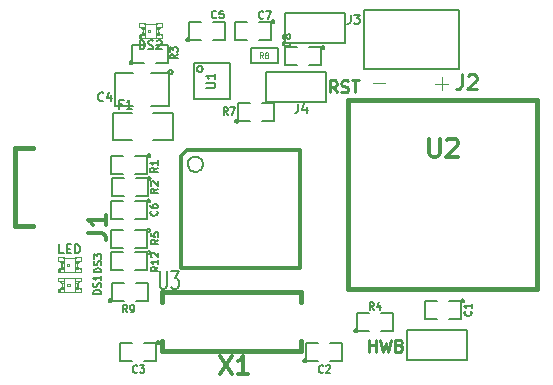
<source format=gto>
G04 (created by PCBNEW-RS274X (2012-01-19 BZR 3256)-stable) date 11/7/2012 4:35:35 PM*
G01*
G70*
G90*
%MOIN*%
G04 Gerber Fmt 3.4, Leading zero omitted, Abs format*
%FSLAX34Y34*%
G04 APERTURE LIST*
%ADD10C,0.006000*%
%ADD11C,0.010000*%
%ADD12C,0.008000*%
%ADD13C,0.005000*%
%ADD14C,0.015000*%
%ADD15C,0.012000*%
%ADD16C,0.002600*%
%ADD17C,0.004000*%
%ADD18C,0.002000*%
%ADD19C,0.003500*%
%ADD20C,0.004500*%
G04 APERTURE END LIST*
G54D10*
G54D11*
X68288Y-43996D02*
X68288Y-43596D01*
X68288Y-43786D02*
X68517Y-43786D01*
X68517Y-43996D02*
X68517Y-43596D01*
X68669Y-43596D02*
X68764Y-43996D01*
X68841Y-43710D01*
X68917Y-43996D01*
X69012Y-43596D01*
X69298Y-43786D02*
X69355Y-43805D01*
X69374Y-43824D01*
X69393Y-43863D01*
X69393Y-43920D01*
X69374Y-43958D01*
X69355Y-43977D01*
X69317Y-43996D01*
X69164Y-43996D01*
X69164Y-43596D01*
X69298Y-43596D01*
X69336Y-43615D01*
X69355Y-43634D01*
X69374Y-43672D01*
X69374Y-43710D01*
X69355Y-43748D01*
X69336Y-43767D01*
X69298Y-43786D01*
X69164Y-43786D01*
X67212Y-35358D02*
X67078Y-35167D01*
X66983Y-35358D02*
X66983Y-34958D01*
X67136Y-34958D01*
X67174Y-34977D01*
X67193Y-34996D01*
X67212Y-35034D01*
X67212Y-35091D01*
X67193Y-35129D01*
X67174Y-35148D01*
X67136Y-35167D01*
X66983Y-35167D01*
X67364Y-35339D02*
X67421Y-35358D01*
X67517Y-35358D01*
X67555Y-35339D01*
X67574Y-35320D01*
X67593Y-35282D01*
X67593Y-35244D01*
X67574Y-35206D01*
X67555Y-35186D01*
X67517Y-35167D01*
X67440Y-35148D01*
X67402Y-35129D01*
X67383Y-35110D01*
X67364Y-35072D01*
X67364Y-35034D01*
X67383Y-34996D01*
X67402Y-34977D01*
X67440Y-34958D01*
X67536Y-34958D01*
X67593Y-34977D01*
X67707Y-34958D02*
X67936Y-34958D01*
X67821Y-35358D02*
X67821Y-34958D01*
G54D12*
X68126Y-32616D02*
X71274Y-32616D01*
X71274Y-32616D02*
X71274Y-34584D01*
X68126Y-34584D02*
X68126Y-32616D01*
X71274Y-34584D02*
X68126Y-34584D01*
G54D13*
X68815Y-32616D02*
X70585Y-32616D01*
X71274Y-33796D02*
X71274Y-34584D01*
X71274Y-34584D02*
X70388Y-34584D01*
X69012Y-34584D02*
X68126Y-34584D01*
X68126Y-34584D02*
X68126Y-33796D01*
G54D14*
X67600Y-38750D02*
X67600Y-35600D01*
X67600Y-35600D02*
X73900Y-35600D01*
X73900Y-35600D02*
X73900Y-41112D01*
X73900Y-41112D02*
X73900Y-41900D01*
X73900Y-41900D02*
X67600Y-41900D01*
X67600Y-41900D02*
X67600Y-38750D01*
G54D12*
X62742Y-34572D02*
X62740Y-34591D01*
X62734Y-34610D01*
X62725Y-34627D01*
X62712Y-34642D01*
X62697Y-34654D01*
X62680Y-34664D01*
X62662Y-34669D01*
X62642Y-34671D01*
X62624Y-34670D01*
X62605Y-34664D01*
X62588Y-34655D01*
X62573Y-34643D01*
X62560Y-34628D01*
X62551Y-34611D01*
X62545Y-34592D01*
X62543Y-34573D01*
X62544Y-34554D01*
X62550Y-34536D01*
X62558Y-34518D01*
X62571Y-34503D01*
X62585Y-34490D01*
X62602Y-34481D01*
X62621Y-34475D01*
X62640Y-34473D01*
X62659Y-34474D01*
X62678Y-34479D01*
X62695Y-34488D01*
X62710Y-34500D01*
X62723Y-34515D01*
X62733Y-34532D01*
X62739Y-34550D01*
X62741Y-34570D01*
X62742Y-34572D01*
X62442Y-35572D02*
X62442Y-34372D01*
X62442Y-34372D02*
X63642Y-34372D01*
X63642Y-34372D02*
X63642Y-35572D01*
X63642Y-35572D02*
X62442Y-35572D01*
G54D14*
X56500Y-37201D02*
X57091Y-37201D01*
X56500Y-39799D02*
X57091Y-39799D01*
X56500Y-37201D02*
X56500Y-39799D01*
G54D13*
X61000Y-37470D02*
X60999Y-37479D01*
X60996Y-37489D01*
X60991Y-37497D01*
X60985Y-37505D01*
X60977Y-37511D01*
X60969Y-37516D01*
X60960Y-37518D01*
X60950Y-37519D01*
X60941Y-37519D01*
X60932Y-37516D01*
X60923Y-37511D01*
X60916Y-37505D01*
X60909Y-37498D01*
X60905Y-37489D01*
X60902Y-37480D01*
X60901Y-37470D01*
X60901Y-37461D01*
X60904Y-37452D01*
X60908Y-37443D01*
X60915Y-37436D01*
X60922Y-37429D01*
X60930Y-37425D01*
X60940Y-37422D01*
X60949Y-37421D01*
X60958Y-37421D01*
X60968Y-37424D01*
X60976Y-37428D01*
X60984Y-37434D01*
X60990Y-37442D01*
X60995Y-37450D01*
X60998Y-37459D01*
X60999Y-37469D01*
X61000Y-37470D01*
X60500Y-37470D02*
X60900Y-37470D01*
X60900Y-37470D02*
X60900Y-38070D01*
X60900Y-38070D02*
X60500Y-38070D01*
X60100Y-38070D02*
X59700Y-38070D01*
X59700Y-38070D02*
X59700Y-37470D01*
X59700Y-37470D02*
X60100Y-37470D01*
X61003Y-38220D02*
X61002Y-38229D01*
X60999Y-38239D01*
X60994Y-38247D01*
X60988Y-38255D01*
X60980Y-38261D01*
X60972Y-38266D01*
X60963Y-38268D01*
X60953Y-38269D01*
X60944Y-38269D01*
X60935Y-38266D01*
X60926Y-38261D01*
X60919Y-38255D01*
X60912Y-38248D01*
X60908Y-38239D01*
X60905Y-38230D01*
X60904Y-38220D01*
X60904Y-38211D01*
X60907Y-38202D01*
X60911Y-38193D01*
X60918Y-38186D01*
X60925Y-38179D01*
X60933Y-38175D01*
X60943Y-38172D01*
X60952Y-38171D01*
X60961Y-38171D01*
X60971Y-38174D01*
X60979Y-38178D01*
X60987Y-38184D01*
X60993Y-38192D01*
X60998Y-38200D01*
X61001Y-38209D01*
X61002Y-38219D01*
X61003Y-38220D01*
X60503Y-38220D02*
X60903Y-38220D01*
X60903Y-38220D02*
X60903Y-38820D01*
X60903Y-38820D02*
X60503Y-38820D01*
X60103Y-38820D02*
X59703Y-38820D01*
X59703Y-38820D02*
X59703Y-38220D01*
X59703Y-38220D02*
X60103Y-38220D01*
X60402Y-34370D02*
X60401Y-34379D01*
X60398Y-34389D01*
X60393Y-34397D01*
X60387Y-34405D01*
X60379Y-34411D01*
X60371Y-34416D01*
X60362Y-34418D01*
X60352Y-34419D01*
X60343Y-34419D01*
X60334Y-34416D01*
X60325Y-34411D01*
X60318Y-34405D01*
X60311Y-34398D01*
X60307Y-34389D01*
X60304Y-34380D01*
X60303Y-34370D01*
X60303Y-34361D01*
X60306Y-34352D01*
X60310Y-34343D01*
X60317Y-34336D01*
X60324Y-34329D01*
X60332Y-34325D01*
X60342Y-34322D01*
X60351Y-34321D01*
X60360Y-34321D01*
X60370Y-34324D01*
X60378Y-34328D01*
X60386Y-34334D01*
X60392Y-34342D01*
X60397Y-34350D01*
X60400Y-34359D01*
X60401Y-34369D01*
X60402Y-34370D01*
X60802Y-34370D02*
X60402Y-34370D01*
X60402Y-34370D02*
X60402Y-33770D01*
X60402Y-33770D02*
X60802Y-33770D01*
X61202Y-33770D02*
X61602Y-33770D01*
X61602Y-33770D02*
X61602Y-34370D01*
X61602Y-34370D02*
X61202Y-34370D01*
X67900Y-43300D02*
X67899Y-43309D01*
X67896Y-43319D01*
X67891Y-43327D01*
X67885Y-43335D01*
X67877Y-43341D01*
X67869Y-43346D01*
X67860Y-43348D01*
X67850Y-43349D01*
X67841Y-43349D01*
X67832Y-43346D01*
X67823Y-43341D01*
X67816Y-43335D01*
X67809Y-43328D01*
X67805Y-43319D01*
X67802Y-43310D01*
X67801Y-43300D01*
X67801Y-43291D01*
X67804Y-43282D01*
X67808Y-43273D01*
X67815Y-43266D01*
X67822Y-43259D01*
X67830Y-43255D01*
X67840Y-43252D01*
X67849Y-43251D01*
X67858Y-43251D01*
X67868Y-43254D01*
X67876Y-43258D01*
X67884Y-43264D01*
X67890Y-43272D01*
X67895Y-43280D01*
X67898Y-43289D01*
X67899Y-43299D01*
X67900Y-43300D01*
X68300Y-43300D02*
X67900Y-43300D01*
X67900Y-43300D02*
X67900Y-42700D01*
X67900Y-42700D02*
X68300Y-42700D01*
X68700Y-42700D02*
X69100Y-42700D01*
X69100Y-42700D02*
X69100Y-43300D01*
X69100Y-43300D02*
X68700Y-43300D01*
X60991Y-39944D02*
X60990Y-39953D01*
X60987Y-39963D01*
X60982Y-39971D01*
X60976Y-39979D01*
X60968Y-39985D01*
X60960Y-39990D01*
X60951Y-39992D01*
X60941Y-39993D01*
X60932Y-39993D01*
X60923Y-39990D01*
X60914Y-39985D01*
X60907Y-39979D01*
X60900Y-39972D01*
X60896Y-39963D01*
X60893Y-39954D01*
X60892Y-39944D01*
X60892Y-39935D01*
X60895Y-39926D01*
X60899Y-39917D01*
X60906Y-39910D01*
X60913Y-39903D01*
X60921Y-39899D01*
X60931Y-39896D01*
X60940Y-39895D01*
X60949Y-39895D01*
X60959Y-39898D01*
X60967Y-39902D01*
X60975Y-39908D01*
X60981Y-39916D01*
X60986Y-39924D01*
X60989Y-39933D01*
X60990Y-39943D01*
X60991Y-39944D01*
X60491Y-39944D02*
X60891Y-39944D01*
X60891Y-39944D02*
X60891Y-40544D01*
X60891Y-40544D02*
X60491Y-40544D01*
X60091Y-40544D02*
X59691Y-40544D01*
X59691Y-40544D02*
X59691Y-39944D01*
X59691Y-39944D02*
X60091Y-39944D01*
X63930Y-36310D02*
X63929Y-36319D01*
X63926Y-36329D01*
X63921Y-36337D01*
X63915Y-36345D01*
X63907Y-36351D01*
X63899Y-36356D01*
X63890Y-36358D01*
X63880Y-36359D01*
X63871Y-36359D01*
X63862Y-36356D01*
X63853Y-36351D01*
X63846Y-36345D01*
X63839Y-36338D01*
X63835Y-36329D01*
X63832Y-36320D01*
X63831Y-36310D01*
X63831Y-36301D01*
X63834Y-36292D01*
X63838Y-36283D01*
X63845Y-36276D01*
X63852Y-36269D01*
X63860Y-36265D01*
X63870Y-36262D01*
X63879Y-36261D01*
X63888Y-36261D01*
X63898Y-36264D01*
X63906Y-36268D01*
X63914Y-36274D01*
X63920Y-36282D01*
X63925Y-36290D01*
X63928Y-36299D01*
X63929Y-36309D01*
X63930Y-36310D01*
X64330Y-36310D02*
X63930Y-36310D01*
X63930Y-36310D02*
X63930Y-35710D01*
X63930Y-35710D02*
X64330Y-35710D01*
X64730Y-35710D02*
X65130Y-35710D01*
X65130Y-35710D02*
X65130Y-36310D01*
X65130Y-36310D02*
X64730Y-36310D01*
X59705Y-42294D02*
X59704Y-42303D01*
X59701Y-42313D01*
X59696Y-42321D01*
X59690Y-42329D01*
X59682Y-42335D01*
X59674Y-42340D01*
X59665Y-42342D01*
X59655Y-42343D01*
X59646Y-42343D01*
X59637Y-42340D01*
X59628Y-42335D01*
X59621Y-42329D01*
X59614Y-42322D01*
X59610Y-42313D01*
X59607Y-42304D01*
X59606Y-42294D01*
X59606Y-42285D01*
X59609Y-42276D01*
X59613Y-42267D01*
X59620Y-42260D01*
X59627Y-42253D01*
X59635Y-42249D01*
X59645Y-42246D01*
X59654Y-42245D01*
X59663Y-42245D01*
X59673Y-42248D01*
X59681Y-42252D01*
X59689Y-42258D01*
X59695Y-42266D01*
X59700Y-42274D01*
X59703Y-42283D01*
X59704Y-42293D01*
X59705Y-42294D01*
X60105Y-42294D02*
X59705Y-42294D01*
X59705Y-42294D02*
X59705Y-41694D01*
X59705Y-41694D02*
X60105Y-41694D01*
X60505Y-41694D02*
X60905Y-41694D01*
X60905Y-41694D02*
X60905Y-42294D01*
X60905Y-42294D02*
X60505Y-42294D01*
G54D15*
X65970Y-37280D02*
X65970Y-41220D01*
X65970Y-41220D02*
X62030Y-41220D01*
X62030Y-37470D02*
X62030Y-41220D01*
X62220Y-37280D02*
X65970Y-37280D01*
X62030Y-37470D02*
X62220Y-37280D01*
G54D12*
X62750Y-37750D02*
X62745Y-37798D01*
X62731Y-37845D01*
X62708Y-37888D01*
X62677Y-37926D01*
X62639Y-37957D01*
X62596Y-37980D01*
X62550Y-37994D01*
X62501Y-37999D01*
X62454Y-37995D01*
X62407Y-37981D01*
X62364Y-37959D01*
X62326Y-37928D01*
X62294Y-37891D01*
X62271Y-37848D01*
X62256Y-37801D01*
X62251Y-37753D01*
X62255Y-37705D01*
X62268Y-37658D01*
X62290Y-37615D01*
X62321Y-37577D01*
X62358Y-37545D01*
X62400Y-37521D01*
X62447Y-37506D01*
X62495Y-37501D01*
X62543Y-37504D01*
X62590Y-37517D01*
X62633Y-37539D01*
X62672Y-37569D01*
X62704Y-37606D01*
X62728Y-37649D01*
X62743Y-37695D01*
X62749Y-37744D01*
X62750Y-37750D01*
G54D16*
X60806Y-33182D02*
X60806Y-33054D01*
X60806Y-33054D02*
X60609Y-33054D01*
X60609Y-33182D02*
X60609Y-33054D01*
X60806Y-33182D02*
X60609Y-33182D01*
X60806Y-33427D02*
X60806Y-33368D01*
X60806Y-33368D02*
X60707Y-33368D01*
X60707Y-33427D02*
X60707Y-33368D01*
X60806Y-33427D02*
X60707Y-33427D01*
X60806Y-33232D02*
X60806Y-33173D01*
X60806Y-33173D02*
X60707Y-33173D01*
X60707Y-33232D02*
X60707Y-33173D01*
X60806Y-33232D02*
X60707Y-33232D01*
X60806Y-33378D02*
X60806Y-33222D01*
X60806Y-33222D02*
X60737Y-33222D01*
X60737Y-33378D02*
X60737Y-33222D01*
X60806Y-33378D02*
X60737Y-33378D01*
X61395Y-33182D02*
X61395Y-33054D01*
X61395Y-33054D02*
X61198Y-33054D01*
X61198Y-33182D02*
X61198Y-33054D01*
X61395Y-33182D02*
X61198Y-33182D01*
X61395Y-33546D02*
X61395Y-33418D01*
X61395Y-33418D02*
X61198Y-33418D01*
X61198Y-33546D02*
X61198Y-33418D01*
X61395Y-33546D02*
X61198Y-33546D01*
X61297Y-33232D02*
X61297Y-33173D01*
X61297Y-33173D02*
X61198Y-33173D01*
X61198Y-33232D02*
X61198Y-33173D01*
X61297Y-33232D02*
X61198Y-33232D01*
X61297Y-33427D02*
X61297Y-33368D01*
X61297Y-33368D02*
X61198Y-33368D01*
X61198Y-33427D02*
X61198Y-33368D01*
X61297Y-33427D02*
X61198Y-33427D01*
X61267Y-33378D02*
X61267Y-33222D01*
X61267Y-33222D02*
X61198Y-33222D01*
X61198Y-33378D02*
X61198Y-33222D01*
X61267Y-33378D02*
X61198Y-33378D01*
X61002Y-33339D02*
X61002Y-33261D01*
X61002Y-33261D02*
X60924Y-33261D01*
X60924Y-33339D02*
X60924Y-33261D01*
X61002Y-33339D02*
X60924Y-33339D01*
X60806Y-33536D02*
X60806Y-33418D01*
X60806Y-33418D02*
X60688Y-33418D01*
X60688Y-33536D02*
X60688Y-33418D01*
X60806Y-33536D02*
X60688Y-33536D01*
X60638Y-33546D02*
X60638Y-33457D01*
X60638Y-33457D02*
X60609Y-33457D01*
X60609Y-33546D02*
X60609Y-33457D01*
X60638Y-33546D02*
X60609Y-33546D01*
G54D17*
X60796Y-33074D02*
X61208Y-33074D01*
X61198Y-33526D02*
X60638Y-33526D01*
G54D18*
X60696Y-33477D02*
X60695Y-33482D01*
X60693Y-33487D01*
X60691Y-33492D01*
X60687Y-33496D01*
X60683Y-33500D01*
X60678Y-33502D01*
X60673Y-33504D01*
X60668Y-33504D01*
X60663Y-33504D01*
X60658Y-33502D01*
X60653Y-33500D01*
X60649Y-33497D01*
X60645Y-33492D01*
X60643Y-33488D01*
X60641Y-33482D01*
X60641Y-33477D01*
X60641Y-33472D01*
X60642Y-33467D01*
X60645Y-33462D01*
X60648Y-33458D01*
X60653Y-33455D01*
X60657Y-33452D01*
X60662Y-33450D01*
X60668Y-33450D01*
X60672Y-33450D01*
X60678Y-33451D01*
X60683Y-33454D01*
X60687Y-33457D01*
X60690Y-33461D01*
X60693Y-33466D01*
X60695Y-33471D01*
X60695Y-33477D01*
X60696Y-33477D01*
G54D17*
X60609Y-33437D02*
X60620Y-33436D01*
X60632Y-33434D01*
X60644Y-33432D01*
X60655Y-33428D01*
X60666Y-33424D01*
X60677Y-33418D01*
X60687Y-33412D01*
X60697Y-33404D01*
X60705Y-33396D01*
X60713Y-33388D01*
X60721Y-33378D01*
X60727Y-33368D01*
X60733Y-33357D01*
X60737Y-33346D01*
X60741Y-33335D01*
X60743Y-33323D01*
X60745Y-33311D01*
X60746Y-33300D01*
X60745Y-33289D01*
X60743Y-33277D01*
X60741Y-33265D01*
X60737Y-33254D01*
X60733Y-33243D01*
X60727Y-33232D01*
X60721Y-33222D01*
X60713Y-33212D01*
X60705Y-33204D01*
X60697Y-33196D01*
X60687Y-33188D01*
X60677Y-33182D01*
X60666Y-33176D01*
X60655Y-33172D01*
X60644Y-33168D01*
X60632Y-33166D01*
X60620Y-33164D01*
X60609Y-33163D01*
X61395Y-33163D02*
X61384Y-33164D01*
X61372Y-33166D01*
X61360Y-33168D01*
X61349Y-33172D01*
X61338Y-33176D01*
X61327Y-33182D01*
X61317Y-33188D01*
X61307Y-33196D01*
X61299Y-33204D01*
X61291Y-33212D01*
X61283Y-33222D01*
X61277Y-33232D01*
X61271Y-33243D01*
X61267Y-33254D01*
X61263Y-33265D01*
X61261Y-33277D01*
X61259Y-33289D01*
X61258Y-33300D01*
X61259Y-33311D01*
X61261Y-33323D01*
X61263Y-33335D01*
X61267Y-33346D01*
X61271Y-33357D01*
X61277Y-33368D01*
X61283Y-33378D01*
X61291Y-33388D01*
X61299Y-33396D01*
X61307Y-33404D01*
X61317Y-33412D01*
X61327Y-33418D01*
X61338Y-33424D01*
X61349Y-33428D01*
X61360Y-33432D01*
X61372Y-33434D01*
X61384Y-33436D01*
X61395Y-33437D01*
G54D13*
X60991Y-40691D02*
X60990Y-40700D01*
X60987Y-40710D01*
X60982Y-40718D01*
X60976Y-40726D01*
X60968Y-40732D01*
X60960Y-40737D01*
X60951Y-40739D01*
X60941Y-40740D01*
X60932Y-40740D01*
X60923Y-40737D01*
X60914Y-40732D01*
X60907Y-40726D01*
X60900Y-40719D01*
X60896Y-40710D01*
X60893Y-40701D01*
X60892Y-40691D01*
X60892Y-40682D01*
X60895Y-40673D01*
X60899Y-40664D01*
X60906Y-40657D01*
X60913Y-40650D01*
X60921Y-40646D01*
X60931Y-40643D01*
X60940Y-40642D01*
X60949Y-40642D01*
X60959Y-40645D01*
X60967Y-40649D01*
X60975Y-40655D01*
X60981Y-40663D01*
X60986Y-40671D01*
X60989Y-40680D01*
X60990Y-40690D01*
X60991Y-40691D01*
X60491Y-40691D02*
X60891Y-40691D01*
X60891Y-40691D02*
X60891Y-41291D01*
X60891Y-41291D02*
X60491Y-41291D01*
X60091Y-41291D02*
X59691Y-41291D01*
X59691Y-41291D02*
X59691Y-40691D01*
X59691Y-40691D02*
X60091Y-40691D01*
G54D10*
X65500Y-33725D02*
X65500Y-32725D01*
X65500Y-32725D02*
X67500Y-32725D01*
X67500Y-32725D02*
X67500Y-33725D01*
X67500Y-33725D02*
X65500Y-33725D01*
G54D13*
X71450Y-42300D02*
X71449Y-42309D01*
X71446Y-42319D01*
X71441Y-42327D01*
X71435Y-42335D01*
X71427Y-42341D01*
X71419Y-42346D01*
X71410Y-42348D01*
X71400Y-42349D01*
X71391Y-42349D01*
X71382Y-42346D01*
X71373Y-42341D01*
X71366Y-42335D01*
X71359Y-42328D01*
X71355Y-42319D01*
X71352Y-42310D01*
X71351Y-42300D01*
X71351Y-42291D01*
X71354Y-42282D01*
X71358Y-42273D01*
X71365Y-42266D01*
X71372Y-42259D01*
X71380Y-42255D01*
X71390Y-42252D01*
X71399Y-42251D01*
X71408Y-42251D01*
X71418Y-42254D01*
X71426Y-42258D01*
X71434Y-42264D01*
X71440Y-42272D01*
X71445Y-42280D01*
X71448Y-42289D01*
X71449Y-42299D01*
X71450Y-42300D01*
X70950Y-42300D02*
X71350Y-42300D01*
X71350Y-42300D02*
X71350Y-42900D01*
X71350Y-42900D02*
X70950Y-42900D01*
X70550Y-42900D02*
X70150Y-42900D01*
X70150Y-42900D02*
X70150Y-42300D01*
X70150Y-42300D02*
X70550Y-42300D01*
X66200Y-44300D02*
X66199Y-44309D01*
X66196Y-44319D01*
X66191Y-44327D01*
X66185Y-44335D01*
X66177Y-44341D01*
X66169Y-44346D01*
X66160Y-44348D01*
X66150Y-44349D01*
X66141Y-44349D01*
X66132Y-44346D01*
X66123Y-44341D01*
X66116Y-44335D01*
X66109Y-44328D01*
X66105Y-44319D01*
X66102Y-44310D01*
X66101Y-44300D01*
X66101Y-44291D01*
X66104Y-44282D01*
X66108Y-44273D01*
X66115Y-44266D01*
X66122Y-44259D01*
X66130Y-44255D01*
X66140Y-44252D01*
X66149Y-44251D01*
X66158Y-44251D01*
X66168Y-44254D01*
X66176Y-44258D01*
X66184Y-44264D01*
X66190Y-44272D01*
X66195Y-44280D01*
X66198Y-44289D01*
X66199Y-44299D01*
X66200Y-44300D01*
X66600Y-44300D02*
X66200Y-44300D01*
X66200Y-44300D02*
X66200Y-43700D01*
X66200Y-43700D02*
X66600Y-43700D01*
X67000Y-43700D02*
X67400Y-43700D01*
X67400Y-43700D02*
X67400Y-44300D01*
X67400Y-44300D02*
X67000Y-44300D01*
X61300Y-43700D02*
X61299Y-43709D01*
X61296Y-43719D01*
X61291Y-43727D01*
X61285Y-43735D01*
X61277Y-43741D01*
X61269Y-43746D01*
X61260Y-43748D01*
X61250Y-43749D01*
X61241Y-43749D01*
X61232Y-43746D01*
X61223Y-43741D01*
X61216Y-43735D01*
X61209Y-43728D01*
X61205Y-43719D01*
X61202Y-43710D01*
X61201Y-43700D01*
X61201Y-43691D01*
X61204Y-43682D01*
X61208Y-43673D01*
X61215Y-43666D01*
X61222Y-43659D01*
X61230Y-43655D01*
X61240Y-43652D01*
X61249Y-43651D01*
X61258Y-43651D01*
X61268Y-43654D01*
X61276Y-43658D01*
X61284Y-43664D01*
X61290Y-43672D01*
X61295Y-43680D01*
X61298Y-43689D01*
X61299Y-43699D01*
X61300Y-43700D01*
X60800Y-43700D02*
X61200Y-43700D01*
X61200Y-43700D02*
X61200Y-44300D01*
X61200Y-44300D02*
X60800Y-44300D01*
X60400Y-44300D02*
X60000Y-44300D01*
X60000Y-44300D02*
X60000Y-43700D01*
X60000Y-43700D02*
X60400Y-43700D01*
X61740Y-34670D02*
X61738Y-34683D01*
X61734Y-34696D01*
X61728Y-34708D01*
X61719Y-34719D01*
X61709Y-34728D01*
X61697Y-34734D01*
X61684Y-34738D01*
X61670Y-34739D01*
X61657Y-34738D01*
X61644Y-34734D01*
X61632Y-34728D01*
X61622Y-34720D01*
X61613Y-34709D01*
X61606Y-34697D01*
X61602Y-34684D01*
X61601Y-34670D01*
X61602Y-34658D01*
X61605Y-34645D01*
X61612Y-34633D01*
X61620Y-34622D01*
X61631Y-34613D01*
X61642Y-34606D01*
X61655Y-34602D01*
X61669Y-34601D01*
X61682Y-34602D01*
X61695Y-34605D01*
X61707Y-34611D01*
X61718Y-34620D01*
X61727Y-34630D01*
X61733Y-34642D01*
X61738Y-34655D01*
X61739Y-34669D01*
X61740Y-34670D01*
X61020Y-35820D02*
X61620Y-35820D01*
X61620Y-35820D02*
X61620Y-34720D01*
X61620Y-34720D02*
X61020Y-34720D01*
X60420Y-34720D02*
X59820Y-34720D01*
X59820Y-34720D02*
X59820Y-35820D01*
X59820Y-35820D02*
X60420Y-35820D01*
X62300Y-33600D02*
X62299Y-33609D01*
X62296Y-33619D01*
X62291Y-33627D01*
X62285Y-33635D01*
X62277Y-33641D01*
X62269Y-33646D01*
X62260Y-33648D01*
X62250Y-33649D01*
X62241Y-33649D01*
X62232Y-33646D01*
X62223Y-33641D01*
X62216Y-33635D01*
X62209Y-33628D01*
X62205Y-33619D01*
X62202Y-33610D01*
X62201Y-33600D01*
X62201Y-33591D01*
X62204Y-33582D01*
X62208Y-33573D01*
X62215Y-33566D01*
X62222Y-33559D01*
X62230Y-33555D01*
X62240Y-33552D01*
X62249Y-33551D01*
X62258Y-33551D01*
X62268Y-33554D01*
X62276Y-33558D01*
X62284Y-33564D01*
X62290Y-33572D01*
X62295Y-33580D01*
X62298Y-33589D01*
X62299Y-33599D01*
X62300Y-33600D01*
X62700Y-33600D02*
X62300Y-33600D01*
X62300Y-33600D02*
X62300Y-33000D01*
X62300Y-33000D02*
X62700Y-33000D01*
X63100Y-33000D02*
X63500Y-33000D01*
X63500Y-33000D02*
X63500Y-33600D01*
X63500Y-33600D02*
X63100Y-33600D01*
X60991Y-38970D02*
X60990Y-38979D01*
X60987Y-38989D01*
X60982Y-38997D01*
X60976Y-39005D01*
X60968Y-39011D01*
X60960Y-39016D01*
X60951Y-39018D01*
X60941Y-39019D01*
X60932Y-39019D01*
X60923Y-39016D01*
X60914Y-39011D01*
X60907Y-39005D01*
X60900Y-38998D01*
X60896Y-38989D01*
X60893Y-38980D01*
X60892Y-38970D01*
X60892Y-38961D01*
X60895Y-38952D01*
X60899Y-38943D01*
X60906Y-38936D01*
X60913Y-38929D01*
X60921Y-38925D01*
X60931Y-38922D01*
X60940Y-38921D01*
X60949Y-38921D01*
X60959Y-38924D01*
X60967Y-38928D01*
X60975Y-38934D01*
X60981Y-38942D01*
X60986Y-38950D01*
X60989Y-38959D01*
X60990Y-38969D01*
X60991Y-38970D01*
X60491Y-38970D02*
X60891Y-38970D01*
X60891Y-38970D02*
X60891Y-39570D01*
X60891Y-39570D02*
X60491Y-39570D01*
X60091Y-39570D02*
X59691Y-39570D01*
X59691Y-39570D02*
X59691Y-38970D01*
X59691Y-38970D02*
X60091Y-38970D01*
X65125Y-33000D02*
X65124Y-33009D01*
X65121Y-33019D01*
X65116Y-33027D01*
X65110Y-33035D01*
X65102Y-33041D01*
X65094Y-33046D01*
X65085Y-33048D01*
X65075Y-33049D01*
X65066Y-33049D01*
X65057Y-33046D01*
X65048Y-33041D01*
X65041Y-33035D01*
X65034Y-33028D01*
X65030Y-33019D01*
X65027Y-33010D01*
X65026Y-33000D01*
X65026Y-32991D01*
X65029Y-32982D01*
X65033Y-32973D01*
X65040Y-32966D01*
X65047Y-32959D01*
X65055Y-32955D01*
X65065Y-32952D01*
X65074Y-32951D01*
X65083Y-32951D01*
X65093Y-32954D01*
X65101Y-32958D01*
X65109Y-32964D01*
X65115Y-32972D01*
X65120Y-32980D01*
X65123Y-32989D01*
X65124Y-32999D01*
X65125Y-33000D01*
X64625Y-33000D02*
X65025Y-33000D01*
X65025Y-33000D02*
X65025Y-33600D01*
X65025Y-33600D02*
X64625Y-33600D01*
X64225Y-33600D02*
X63825Y-33600D01*
X63825Y-33600D02*
X63825Y-33000D01*
X63825Y-33000D02*
X64225Y-33000D01*
X66801Y-33853D02*
X66800Y-33862D01*
X66797Y-33872D01*
X66792Y-33880D01*
X66786Y-33888D01*
X66778Y-33894D01*
X66770Y-33899D01*
X66761Y-33901D01*
X66751Y-33902D01*
X66742Y-33902D01*
X66733Y-33899D01*
X66724Y-33894D01*
X66717Y-33888D01*
X66710Y-33881D01*
X66706Y-33872D01*
X66703Y-33863D01*
X66702Y-33853D01*
X66702Y-33844D01*
X66705Y-33835D01*
X66709Y-33826D01*
X66716Y-33819D01*
X66723Y-33812D01*
X66731Y-33808D01*
X66741Y-33805D01*
X66750Y-33804D01*
X66759Y-33804D01*
X66769Y-33807D01*
X66777Y-33811D01*
X66785Y-33817D01*
X66791Y-33825D01*
X66796Y-33833D01*
X66799Y-33842D01*
X66800Y-33852D01*
X66801Y-33853D01*
X66301Y-33853D02*
X66701Y-33853D01*
X66701Y-33853D02*
X66701Y-34453D01*
X66701Y-34453D02*
X66301Y-34453D01*
X65901Y-34453D02*
X65501Y-34453D01*
X65501Y-34453D02*
X65501Y-33853D01*
X65501Y-33853D02*
X65901Y-33853D01*
X61746Y-36941D02*
X61746Y-36041D01*
X61746Y-36041D02*
X61096Y-36041D01*
X60396Y-36941D02*
X59746Y-36941D01*
X59746Y-36941D02*
X59746Y-36041D01*
X59746Y-36041D02*
X60396Y-36041D01*
X61096Y-36941D02*
X61746Y-36941D01*
G54D14*
X66003Y-42016D02*
X61397Y-42016D01*
X61397Y-43984D02*
X66003Y-43984D01*
X61397Y-42016D02*
X61397Y-42350D01*
X61397Y-43984D02*
X61397Y-43650D01*
X66003Y-42016D02*
X66003Y-42350D01*
X66003Y-43984D02*
X66003Y-43650D01*
G54D16*
X58104Y-40982D02*
X58104Y-40854D01*
X58104Y-40854D02*
X57907Y-40854D01*
X57907Y-40982D02*
X57907Y-40854D01*
X58104Y-40982D02*
X57907Y-40982D01*
X58104Y-41227D02*
X58104Y-41168D01*
X58104Y-41168D02*
X58005Y-41168D01*
X58005Y-41227D02*
X58005Y-41168D01*
X58104Y-41227D02*
X58005Y-41227D01*
X58104Y-41032D02*
X58104Y-40973D01*
X58104Y-40973D02*
X58005Y-40973D01*
X58005Y-41032D02*
X58005Y-40973D01*
X58104Y-41032D02*
X58005Y-41032D01*
X58104Y-41178D02*
X58104Y-41022D01*
X58104Y-41022D02*
X58035Y-41022D01*
X58035Y-41178D02*
X58035Y-41022D01*
X58104Y-41178D02*
X58035Y-41178D01*
X58693Y-40982D02*
X58693Y-40854D01*
X58693Y-40854D02*
X58496Y-40854D01*
X58496Y-40982D02*
X58496Y-40854D01*
X58693Y-40982D02*
X58496Y-40982D01*
X58693Y-41346D02*
X58693Y-41218D01*
X58693Y-41218D02*
X58496Y-41218D01*
X58496Y-41346D02*
X58496Y-41218D01*
X58693Y-41346D02*
X58496Y-41346D01*
X58595Y-41032D02*
X58595Y-40973D01*
X58595Y-40973D02*
X58496Y-40973D01*
X58496Y-41032D02*
X58496Y-40973D01*
X58595Y-41032D02*
X58496Y-41032D01*
X58595Y-41227D02*
X58595Y-41168D01*
X58595Y-41168D02*
X58496Y-41168D01*
X58496Y-41227D02*
X58496Y-41168D01*
X58595Y-41227D02*
X58496Y-41227D01*
X58565Y-41178D02*
X58565Y-41022D01*
X58565Y-41022D02*
X58496Y-41022D01*
X58496Y-41178D02*
X58496Y-41022D01*
X58565Y-41178D02*
X58496Y-41178D01*
X58300Y-41139D02*
X58300Y-41061D01*
X58300Y-41061D02*
X58222Y-41061D01*
X58222Y-41139D02*
X58222Y-41061D01*
X58300Y-41139D02*
X58222Y-41139D01*
X58104Y-41336D02*
X58104Y-41218D01*
X58104Y-41218D02*
X57986Y-41218D01*
X57986Y-41336D02*
X57986Y-41218D01*
X58104Y-41336D02*
X57986Y-41336D01*
X57936Y-41346D02*
X57936Y-41257D01*
X57936Y-41257D02*
X57907Y-41257D01*
X57907Y-41346D02*
X57907Y-41257D01*
X57936Y-41346D02*
X57907Y-41346D01*
G54D17*
X58094Y-40874D02*
X58506Y-40874D01*
X58496Y-41326D02*
X57936Y-41326D01*
G54D18*
X57994Y-41277D02*
X57993Y-41282D01*
X57991Y-41287D01*
X57989Y-41292D01*
X57985Y-41296D01*
X57981Y-41300D01*
X57976Y-41302D01*
X57971Y-41304D01*
X57966Y-41304D01*
X57961Y-41304D01*
X57956Y-41302D01*
X57951Y-41300D01*
X57947Y-41297D01*
X57943Y-41292D01*
X57941Y-41288D01*
X57939Y-41282D01*
X57939Y-41277D01*
X57939Y-41272D01*
X57940Y-41267D01*
X57943Y-41262D01*
X57946Y-41258D01*
X57951Y-41255D01*
X57955Y-41252D01*
X57960Y-41250D01*
X57966Y-41250D01*
X57970Y-41250D01*
X57976Y-41251D01*
X57981Y-41254D01*
X57985Y-41257D01*
X57988Y-41261D01*
X57991Y-41266D01*
X57993Y-41271D01*
X57993Y-41277D01*
X57994Y-41277D01*
G54D17*
X57907Y-41237D02*
X57918Y-41236D01*
X57930Y-41234D01*
X57942Y-41232D01*
X57953Y-41228D01*
X57964Y-41224D01*
X57975Y-41218D01*
X57985Y-41212D01*
X57995Y-41204D01*
X58003Y-41196D01*
X58011Y-41188D01*
X58019Y-41178D01*
X58025Y-41168D01*
X58031Y-41157D01*
X58035Y-41146D01*
X58039Y-41135D01*
X58041Y-41123D01*
X58043Y-41111D01*
X58044Y-41100D01*
X58043Y-41089D01*
X58041Y-41077D01*
X58039Y-41065D01*
X58035Y-41054D01*
X58031Y-41043D01*
X58025Y-41032D01*
X58019Y-41022D01*
X58011Y-41012D01*
X58003Y-41004D01*
X57995Y-40996D01*
X57985Y-40988D01*
X57975Y-40982D01*
X57964Y-40976D01*
X57953Y-40972D01*
X57942Y-40968D01*
X57930Y-40966D01*
X57918Y-40964D01*
X57907Y-40963D01*
X58693Y-40963D02*
X58682Y-40964D01*
X58670Y-40966D01*
X58658Y-40968D01*
X58647Y-40972D01*
X58636Y-40976D01*
X58625Y-40982D01*
X58615Y-40988D01*
X58605Y-40996D01*
X58597Y-41004D01*
X58589Y-41012D01*
X58581Y-41022D01*
X58575Y-41032D01*
X58569Y-41043D01*
X58565Y-41054D01*
X58561Y-41065D01*
X58559Y-41077D01*
X58557Y-41089D01*
X58556Y-41100D01*
X58557Y-41111D01*
X58559Y-41123D01*
X58561Y-41135D01*
X58565Y-41146D01*
X58569Y-41157D01*
X58575Y-41168D01*
X58581Y-41178D01*
X58589Y-41188D01*
X58597Y-41196D01*
X58605Y-41204D01*
X58615Y-41212D01*
X58625Y-41218D01*
X58636Y-41224D01*
X58647Y-41228D01*
X58658Y-41232D01*
X58670Y-41234D01*
X58682Y-41236D01*
X58693Y-41237D01*
G54D16*
X58109Y-41654D02*
X58109Y-41526D01*
X58109Y-41526D02*
X57912Y-41526D01*
X57912Y-41654D02*
X57912Y-41526D01*
X58109Y-41654D02*
X57912Y-41654D01*
X58109Y-41899D02*
X58109Y-41840D01*
X58109Y-41840D02*
X58010Y-41840D01*
X58010Y-41899D02*
X58010Y-41840D01*
X58109Y-41899D02*
X58010Y-41899D01*
X58109Y-41704D02*
X58109Y-41645D01*
X58109Y-41645D02*
X58010Y-41645D01*
X58010Y-41704D02*
X58010Y-41645D01*
X58109Y-41704D02*
X58010Y-41704D01*
X58109Y-41850D02*
X58109Y-41694D01*
X58109Y-41694D02*
X58040Y-41694D01*
X58040Y-41850D02*
X58040Y-41694D01*
X58109Y-41850D02*
X58040Y-41850D01*
X58698Y-41654D02*
X58698Y-41526D01*
X58698Y-41526D02*
X58501Y-41526D01*
X58501Y-41654D02*
X58501Y-41526D01*
X58698Y-41654D02*
X58501Y-41654D01*
X58698Y-42018D02*
X58698Y-41890D01*
X58698Y-41890D02*
X58501Y-41890D01*
X58501Y-42018D02*
X58501Y-41890D01*
X58698Y-42018D02*
X58501Y-42018D01*
X58600Y-41704D02*
X58600Y-41645D01*
X58600Y-41645D02*
X58501Y-41645D01*
X58501Y-41704D02*
X58501Y-41645D01*
X58600Y-41704D02*
X58501Y-41704D01*
X58600Y-41899D02*
X58600Y-41840D01*
X58600Y-41840D02*
X58501Y-41840D01*
X58501Y-41899D02*
X58501Y-41840D01*
X58600Y-41899D02*
X58501Y-41899D01*
X58570Y-41850D02*
X58570Y-41694D01*
X58570Y-41694D02*
X58501Y-41694D01*
X58501Y-41850D02*
X58501Y-41694D01*
X58570Y-41850D02*
X58501Y-41850D01*
X58305Y-41811D02*
X58305Y-41733D01*
X58305Y-41733D02*
X58227Y-41733D01*
X58227Y-41811D02*
X58227Y-41733D01*
X58305Y-41811D02*
X58227Y-41811D01*
X58109Y-42008D02*
X58109Y-41890D01*
X58109Y-41890D02*
X57991Y-41890D01*
X57991Y-42008D02*
X57991Y-41890D01*
X58109Y-42008D02*
X57991Y-42008D01*
X57941Y-42018D02*
X57941Y-41929D01*
X57941Y-41929D02*
X57912Y-41929D01*
X57912Y-42018D02*
X57912Y-41929D01*
X57941Y-42018D02*
X57912Y-42018D01*
G54D17*
X58099Y-41546D02*
X58511Y-41546D01*
X58501Y-41998D02*
X57941Y-41998D01*
G54D18*
X57999Y-41949D02*
X57998Y-41954D01*
X57996Y-41959D01*
X57994Y-41964D01*
X57990Y-41968D01*
X57986Y-41972D01*
X57981Y-41974D01*
X57976Y-41976D01*
X57971Y-41976D01*
X57966Y-41976D01*
X57961Y-41974D01*
X57956Y-41972D01*
X57952Y-41969D01*
X57948Y-41964D01*
X57946Y-41960D01*
X57944Y-41954D01*
X57944Y-41949D01*
X57944Y-41944D01*
X57945Y-41939D01*
X57948Y-41934D01*
X57951Y-41930D01*
X57956Y-41927D01*
X57960Y-41924D01*
X57965Y-41922D01*
X57971Y-41922D01*
X57975Y-41922D01*
X57981Y-41923D01*
X57986Y-41926D01*
X57990Y-41929D01*
X57993Y-41933D01*
X57996Y-41938D01*
X57998Y-41943D01*
X57998Y-41949D01*
X57999Y-41949D01*
G54D17*
X57912Y-41909D02*
X57923Y-41908D01*
X57935Y-41906D01*
X57947Y-41904D01*
X57958Y-41900D01*
X57969Y-41896D01*
X57980Y-41890D01*
X57990Y-41884D01*
X58000Y-41876D01*
X58008Y-41868D01*
X58016Y-41860D01*
X58024Y-41850D01*
X58030Y-41840D01*
X58036Y-41829D01*
X58040Y-41818D01*
X58044Y-41807D01*
X58046Y-41795D01*
X58048Y-41783D01*
X58049Y-41772D01*
X58048Y-41761D01*
X58046Y-41749D01*
X58044Y-41737D01*
X58040Y-41726D01*
X58036Y-41715D01*
X58030Y-41704D01*
X58024Y-41694D01*
X58016Y-41684D01*
X58008Y-41676D01*
X58000Y-41668D01*
X57990Y-41660D01*
X57980Y-41654D01*
X57969Y-41648D01*
X57958Y-41644D01*
X57947Y-41640D01*
X57935Y-41638D01*
X57923Y-41636D01*
X57912Y-41635D01*
X58698Y-41635D02*
X58687Y-41636D01*
X58675Y-41638D01*
X58663Y-41640D01*
X58652Y-41644D01*
X58641Y-41648D01*
X58630Y-41654D01*
X58620Y-41660D01*
X58610Y-41668D01*
X58602Y-41676D01*
X58594Y-41684D01*
X58586Y-41694D01*
X58580Y-41704D01*
X58574Y-41715D01*
X58570Y-41726D01*
X58566Y-41737D01*
X58564Y-41749D01*
X58562Y-41761D01*
X58561Y-41772D01*
X58562Y-41783D01*
X58564Y-41795D01*
X58566Y-41807D01*
X58570Y-41818D01*
X58574Y-41829D01*
X58580Y-41840D01*
X58586Y-41850D01*
X58594Y-41860D01*
X58602Y-41868D01*
X58610Y-41876D01*
X58620Y-41884D01*
X58630Y-41890D01*
X58641Y-41896D01*
X58652Y-41900D01*
X58663Y-41904D01*
X58675Y-41906D01*
X58687Y-41908D01*
X58698Y-41909D01*
G54D10*
X66850Y-34670D02*
X66850Y-35670D01*
X66850Y-35670D02*
X64850Y-35670D01*
X64850Y-35670D02*
X64850Y-34670D01*
X64850Y-34670D02*
X66850Y-34670D01*
X69560Y-44270D02*
X69560Y-43270D01*
X69560Y-43270D02*
X71560Y-43270D01*
X71560Y-43270D02*
X71560Y-44270D01*
X71560Y-44270D02*
X69560Y-44270D01*
G54D13*
X64337Y-33887D02*
X65237Y-33887D01*
X65237Y-33887D02*
X65237Y-34387D01*
X65237Y-34387D02*
X64337Y-34387D01*
X64337Y-34387D02*
X64337Y-33887D01*
G54D11*
X71374Y-34752D02*
X71374Y-35110D01*
X71350Y-35181D01*
X71302Y-35229D01*
X71231Y-35252D01*
X71183Y-35252D01*
X71588Y-34800D02*
X71612Y-34776D01*
X71660Y-34752D01*
X71779Y-34752D01*
X71826Y-34776D01*
X71850Y-34800D01*
X71874Y-34848D01*
X71874Y-34895D01*
X71850Y-34967D01*
X71564Y-35252D01*
X71874Y-35252D01*
G54D19*
X70497Y-35063D02*
X70924Y-35063D01*
X70711Y-35277D02*
X70711Y-34850D01*
X68407Y-35033D02*
X68834Y-35033D01*
G54D15*
X70293Y-36893D02*
X70293Y-37379D01*
X70321Y-37436D01*
X70350Y-37464D01*
X70407Y-37493D01*
X70521Y-37493D01*
X70579Y-37464D01*
X70607Y-37436D01*
X70636Y-37379D01*
X70636Y-36893D01*
X70893Y-36950D02*
X70922Y-36921D01*
X70979Y-36893D01*
X71122Y-36893D01*
X71179Y-36921D01*
X71208Y-36950D01*
X71236Y-37007D01*
X71236Y-37064D01*
X71208Y-37150D01*
X70865Y-37493D01*
X71236Y-37493D01*
G54D10*
X62863Y-35201D02*
X63106Y-35201D01*
X63135Y-35186D01*
X63149Y-35172D01*
X63163Y-35143D01*
X63163Y-35086D01*
X63149Y-35058D01*
X63135Y-35043D01*
X63106Y-35029D01*
X62863Y-35029D01*
X63163Y-34729D02*
X63163Y-34901D01*
X63163Y-34815D02*
X62863Y-34815D01*
X62906Y-34844D01*
X62935Y-34872D01*
X62949Y-34901D01*
G54D15*
X58923Y-40040D02*
X59351Y-40040D01*
X59437Y-40068D01*
X59494Y-40125D01*
X59523Y-40211D01*
X59523Y-40268D01*
X59523Y-39440D02*
X59523Y-39783D01*
X59523Y-39611D02*
X58923Y-39611D01*
X59009Y-39668D01*
X59066Y-39726D01*
X59094Y-39783D01*
G54D13*
X61251Y-37862D02*
X61132Y-37945D01*
X61251Y-38004D02*
X61001Y-38004D01*
X61001Y-37909D01*
X61013Y-37885D01*
X61025Y-37874D01*
X61049Y-37862D01*
X61085Y-37862D01*
X61108Y-37874D01*
X61120Y-37885D01*
X61132Y-37909D01*
X61132Y-38004D01*
X61251Y-37624D02*
X61251Y-37766D01*
X61251Y-37695D02*
X61001Y-37695D01*
X61037Y-37719D01*
X61061Y-37743D01*
X61073Y-37766D01*
X61254Y-38562D02*
X61135Y-38645D01*
X61254Y-38704D02*
X61004Y-38704D01*
X61004Y-38609D01*
X61016Y-38585D01*
X61028Y-38574D01*
X61052Y-38562D01*
X61088Y-38562D01*
X61111Y-38574D01*
X61123Y-38585D01*
X61135Y-38609D01*
X61135Y-38704D01*
X61028Y-38466D02*
X61016Y-38454D01*
X61004Y-38431D01*
X61004Y-38371D01*
X61016Y-38347D01*
X61028Y-38335D01*
X61052Y-38324D01*
X61076Y-38324D01*
X61111Y-38335D01*
X61254Y-38478D01*
X61254Y-38324D01*
X61903Y-34082D02*
X61784Y-34165D01*
X61903Y-34224D02*
X61653Y-34224D01*
X61653Y-34129D01*
X61665Y-34105D01*
X61677Y-34094D01*
X61701Y-34082D01*
X61737Y-34082D01*
X61760Y-34094D01*
X61772Y-34105D01*
X61784Y-34129D01*
X61784Y-34224D01*
X61653Y-33998D02*
X61653Y-33844D01*
X61748Y-33927D01*
X61748Y-33891D01*
X61760Y-33867D01*
X61772Y-33855D01*
X61796Y-33844D01*
X61856Y-33844D01*
X61879Y-33855D01*
X61891Y-33867D01*
X61903Y-33891D01*
X61903Y-33963D01*
X61891Y-33986D01*
X61879Y-33998D01*
X68448Y-42601D02*
X68365Y-42482D01*
X68306Y-42601D02*
X68306Y-42351D01*
X68401Y-42351D01*
X68425Y-42363D01*
X68436Y-42375D01*
X68448Y-42399D01*
X68448Y-42435D01*
X68436Y-42458D01*
X68425Y-42470D01*
X68401Y-42482D01*
X68306Y-42482D01*
X68663Y-42435D02*
X68663Y-42601D01*
X68603Y-42339D02*
X68544Y-42518D01*
X68698Y-42518D01*
X61267Y-40261D02*
X61148Y-40344D01*
X61267Y-40403D02*
X61017Y-40403D01*
X61017Y-40308D01*
X61029Y-40284D01*
X61041Y-40273D01*
X61065Y-40261D01*
X61101Y-40261D01*
X61124Y-40273D01*
X61136Y-40284D01*
X61148Y-40308D01*
X61148Y-40403D01*
X61017Y-40034D02*
X61017Y-40153D01*
X61136Y-40165D01*
X61124Y-40153D01*
X61112Y-40130D01*
X61112Y-40070D01*
X61124Y-40046D01*
X61136Y-40034D01*
X61160Y-40023D01*
X61220Y-40023D01*
X61243Y-40034D01*
X61255Y-40046D01*
X61267Y-40070D01*
X61267Y-40130D01*
X61255Y-40153D01*
X61243Y-40165D01*
X63578Y-36101D02*
X63495Y-35982D01*
X63436Y-36101D02*
X63436Y-35851D01*
X63531Y-35851D01*
X63555Y-35863D01*
X63566Y-35875D01*
X63578Y-35899D01*
X63578Y-35935D01*
X63566Y-35958D01*
X63555Y-35970D01*
X63531Y-35982D01*
X63436Y-35982D01*
X63662Y-35851D02*
X63828Y-35851D01*
X63721Y-36101D01*
X60221Y-42689D02*
X60138Y-42570D01*
X60079Y-42689D02*
X60079Y-42439D01*
X60174Y-42439D01*
X60198Y-42451D01*
X60209Y-42463D01*
X60221Y-42487D01*
X60221Y-42523D01*
X60209Y-42546D01*
X60198Y-42558D01*
X60174Y-42570D01*
X60079Y-42570D01*
X60340Y-42689D02*
X60388Y-42689D01*
X60412Y-42677D01*
X60424Y-42665D01*
X60448Y-42630D01*
X60459Y-42582D01*
X60459Y-42487D01*
X60448Y-42463D01*
X60436Y-42451D01*
X60412Y-42439D01*
X60364Y-42439D01*
X60340Y-42451D01*
X60329Y-42463D01*
X60317Y-42487D01*
X60317Y-42546D01*
X60329Y-42570D01*
X60340Y-42582D01*
X60364Y-42594D01*
X60412Y-42594D01*
X60436Y-42582D01*
X60448Y-42570D01*
X60459Y-42546D01*
G54D12*
X61315Y-41313D02*
X61315Y-41799D01*
X61334Y-41856D01*
X61353Y-41884D01*
X61391Y-41913D01*
X61468Y-41913D01*
X61506Y-41884D01*
X61525Y-41856D01*
X61544Y-41799D01*
X61544Y-41313D01*
X61696Y-41313D02*
X61944Y-41313D01*
X61810Y-41541D01*
X61868Y-41541D01*
X61906Y-41570D01*
X61925Y-41599D01*
X61944Y-41656D01*
X61944Y-41799D01*
X61925Y-41856D01*
X61906Y-41884D01*
X61868Y-41913D01*
X61753Y-41913D01*
X61715Y-41884D01*
X61696Y-41856D01*
G54D13*
X60637Y-33921D02*
X60637Y-33621D01*
X60709Y-33621D01*
X60752Y-33636D01*
X60780Y-33664D01*
X60795Y-33693D01*
X60809Y-33750D01*
X60809Y-33793D01*
X60795Y-33850D01*
X60780Y-33879D01*
X60752Y-33907D01*
X60709Y-33921D01*
X60637Y-33921D01*
X60923Y-33907D02*
X60966Y-33921D01*
X61037Y-33921D01*
X61066Y-33907D01*
X61080Y-33893D01*
X61095Y-33864D01*
X61095Y-33836D01*
X61080Y-33807D01*
X61066Y-33793D01*
X61037Y-33779D01*
X60980Y-33764D01*
X60952Y-33750D01*
X60937Y-33736D01*
X60923Y-33707D01*
X60923Y-33679D01*
X60937Y-33650D01*
X60952Y-33636D01*
X60980Y-33621D01*
X61052Y-33621D01*
X61095Y-33636D01*
X61209Y-33650D02*
X61223Y-33636D01*
X61252Y-33621D01*
X61323Y-33621D01*
X61352Y-33636D01*
X61366Y-33650D01*
X61381Y-33679D01*
X61381Y-33707D01*
X61366Y-33750D01*
X61195Y-33921D01*
X61381Y-33921D01*
X61267Y-41177D02*
X61148Y-41260D01*
X61267Y-41319D02*
X61017Y-41319D01*
X61017Y-41224D01*
X61029Y-41200D01*
X61041Y-41189D01*
X61065Y-41177D01*
X61101Y-41177D01*
X61124Y-41189D01*
X61136Y-41200D01*
X61148Y-41224D01*
X61148Y-41319D01*
X61267Y-40939D02*
X61267Y-41081D01*
X61267Y-41010D02*
X61017Y-41010D01*
X61053Y-41034D01*
X61077Y-41058D01*
X61089Y-41081D01*
X61041Y-40843D02*
X61029Y-40831D01*
X61017Y-40808D01*
X61017Y-40748D01*
X61029Y-40724D01*
X61041Y-40712D01*
X61065Y-40701D01*
X61089Y-40701D01*
X61124Y-40712D01*
X61267Y-40855D01*
X61267Y-40701D01*
G54D10*
X67675Y-32771D02*
X67675Y-32986D01*
X67661Y-33029D01*
X67632Y-33057D01*
X67589Y-33071D01*
X67561Y-33071D01*
X67790Y-32771D02*
X67976Y-32771D01*
X67876Y-32886D01*
X67918Y-32886D01*
X67947Y-32900D01*
X67961Y-32914D01*
X67976Y-32943D01*
X67976Y-33014D01*
X67961Y-33043D01*
X67947Y-33057D01*
X67918Y-33071D01*
X67833Y-33071D01*
X67804Y-33057D01*
X67790Y-33043D01*
G54D13*
X71687Y-42647D02*
X71699Y-42659D01*
X71711Y-42694D01*
X71711Y-42718D01*
X71699Y-42754D01*
X71675Y-42778D01*
X71652Y-42789D01*
X71604Y-42801D01*
X71568Y-42801D01*
X71521Y-42789D01*
X71497Y-42778D01*
X71473Y-42754D01*
X71461Y-42718D01*
X71461Y-42694D01*
X71473Y-42659D01*
X71485Y-42647D01*
X71711Y-42409D02*
X71711Y-42551D01*
X71711Y-42480D02*
X71461Y-42480D01*
X71497Y-42504D01*
X71521Y-42528D01*
X71533Y-42551D01*
X66758Y-44677D02*
X66746Y-44689D01*
X66711Y-44701D01*
X66687Y-44701D01*
X66651Y-44689D01*
X66627Y-44665D01*
X66616Y-44642D01*
X66604Y-44594D01*
X66604Y-44558D01*
X66616Y-44511D01*
X66627Y-44487D01*
X66651Y-44463D01*
X66687Y-44451D01*
X66711Y-44451D01*
X66746Y-44463D01*
X66758Y-44475D01*
X66854Y-44475D02*
X66866Y-44463D01*
X66889Y-44451D01*
X66949Y-44451D01*
X66973Y-44463D01*
X66985Y-44475D01*
X66996Y-44499D01*
X66996Y-44523D01*
X66985Y-44558D01*
X66842Y-44701D01*
X66996Y-44701D01*
X60558Y-44677D02*
X60546Y-44689D01*
X60511Y-44701D01*
X60487Y-44701D01*
X60451Y-44689D01*
X60427Y-44665D01*
X60416Y-44642D01*
X60404Y-44594D01*
X60404Y-44558D01*
X60416Y-44511D01*
X60427Y-44487D01*
X60451Y-44463D01*
X60487Y-44451D01*
X60511Y-44451D01*
X60546Y-44463D01*
X60558Y-44475D01*
X60642Y-44451D02*
X60796Y-44451D01*
X60713Y-44546D01*
X60749Y-44546D01*
X60773Y-44558D01*
X60785Y-44570D01*
X60796Y-44594D01*
X60796Y-44654D01*
X60785Y-44677D01*
X60773Y-44689D01*
X60749Y-44701D01*
X60677Y-44701D01*
X60654Y-44689D01*
X60642Y-44677D01*
X59435Y-35628D02*
X59421Y-35642D01*
X59378Y-35656D01*
X59349Y-35656D01*
X59306Y-35642D01*
X59278Y-35614D01*
X59263Y-35585D01*
X59249Y-35528D01*
X59249Y-35485D01*
X59263Y-35428D01*
X59278Y-35399D01*
X59306Y-35371D01*
X59349Y-35356D01*
X59378Y-35356D01*
X59421Y-35371D01*
X59435Y-35385D01*
X59692Y-35456D02*
X59692Y-35656D01*
X59621Y-35342D02*
X59549Y-35556D01*
X59735Y-35556D01*
X63198Y-32857D02*
X63186Y-32869D01*
X63151Y-32881D01*
X63127Y-32881D01*
X63091Y-32869D01*
X63067Y-32845D01*
X63056Y-32822D01*
X63044Y-32774D01*
X63044Y-32738D01*
X63056Y-32691D01*
X63067Y-32667D01*
X63091Y-32643D01*
X63127Y-32631D01*
X63151Y-32631D01*
X63186Y-32643D01*
X63198Y-32655D01*
X63425Y-32631D02*
X63306Y-32631D01*
X63294Y-32750D01*
X63306Y-32738D01*
X63329Y-32726D01*
X63389Y-32726D01*
X63413Y-32738D01*
X63425Y-32750D01*
X63436Y-32774D01*
X63436Y-32834D01*
X63425Y-32857D01*
X63413Y-32869D01*
X63389Y-32881D01*
X63329Y-32881D01*
X63306Y-32869D01*
X63294Y-32857D01*
X61218Y-39312D02*
X61230Y-39324D01*
X61242Y-39359D01*
X61242Y-39383D01*
X61230Y-39419D01*
X61206Y-39443D01*
X61183Y-39454D01*
X61135Y-39466D01*
X61099Y-39466D01*
X61052Y-39454D01*
X61028Y-39443D01*
X61004Y-39419D01*
X60992Y-39383D01*
X60992Y-39359D01*
X61004Y-39324D01*
X61016Y-39312D01*
X60992Y-39097D02*
X60992Y-39145D01*
X61004Y-39169D01*
X61016Y-39181D01*
X61052Y-39204D01*
X61099Y-39216D01*
X61195Y-39216D01*
X61218Y-39204D01*
X61230Y-39193D01*
X61242Y-39169D01*
X61242Y-39121D01*
X61230Y-39097D01*
X61218Y-39085D01*
X61195Y-39074D01*
X61135Y-39074D01*
X61111Y-39085D01*
X61099Y-39097D01*
X61087Y-39121D01*
X61087Y-39169D01*
X61099Y-39193D01*
X61111Y-39204D01*
X61135Y-39216D01*
X64768Y-32877D02*
X64756Y-32889D01*
X64721Y-32901D01*
X64697Y-32901D01*
X64661Y-32889D01*
X64637Y-32865D01*
X64626Y-32842D01*
X64614Y-32794D01*
X64614Y-32758D01*
X64626Y-32711D01*
X64637Y-32687D01*
X64661Y-32663D01*
X64697Y-32651D01*
X64721Y-32651D01*
X64756Y-32663D01*
X64768Y-32675D01*
X64852Y-32651D02*
X65018Y-32651D01*
X64911Y-32901D01*
X65643Y-33660D02*
X65655Y-33672D01*
X65667Y-33707D01*
X65667Y-33731D01*
X65655Y-33767D01*
X65631Y-33791D01*
X65608Y-33802D01*
X65560Y-33814D01*
X65524Y-33814D01*
X65477Y-33802D01*
X65453Y-33791D01*
X65429Y-33767D01*
X65417Y-33731D01*
X65417Y-33707D01*
X65429Y-33672D01*
X65441Y-33660D01*
X65524Y-33517D02*
X65512Y-33541D01*
X65501Y-33552D01*
X65477Y-33564D01*
X65465Y-33564D01*
X65441Y-33552D01*
X65429Y-33541D01*
X65417Y-33517D01*
X65417Y-33469D01*
X65429Y-33445D01*
X65441Y-33433D01*
X65465Y-33422D01*
X65477Y-33422D01*
X65501Y-33433D01*
X65512Y-33445D01*
X65524Y-33469D01*
X65524Y-33517D01*
X65536Y-33541D01*
X65548Y-33552D01*
X65572Y-33564D01*
X65620Y-33564D01*
X65643Y-33552D01*
X65655Y-33541D01*
X65667Y-33517D01*
X65667Y-33469D01*
X65655Y-33445D01*
X65643Y-33433D01*
X65620Y-33422D01*
X65572Y-33422D01*
X65548Y-33433D01*
X65536Y-33445D01*
X65524Y-33469D01*
X60066Y-35745D02*
X59966Y-35745D01*
X59966Y-35902D02*
X59966Y-35602D01*
X60109Y-35602D01*
X60381Y-35902D02*
X60209Y-35902D01*
X60295Y-35902D02*
X60295Y-35602D01*
X60266Y-35645D01*
X60238Y-35674D01*
X60209Y-35688D01*
G54D15*
X63315Y-44143D02*
X63715Y-44743D01*
X63715Y-44143D02*
X63315Y-44743D01*
X64257Y-44743D02*
X63914Y-44743D01*
X64086Y-44743D02*
X64086Y-44143D01*
X64029Y-44229D01*
X63971Y-44286D01*
X63914Y-44314D01*
G54D13*
X59363Y-41358D02*
X59113Y-41358D01*
X59113Y-41299D01*
X59125Y-41263D01*
X59149Y-41239D01*
X59173Y-41228D01*
X59220Y-41216D01*
X59256Y-41216D01*
X59304Y-41228D01*
X59327Y-41239D01*
X59351Y-41263D01*
X59363Y-41299D01*
X59363Y-41358D01*
X59351Y-41120D02*
X59363Y-41085D01*
X59363Y-41025D01*
X59351Y-41001D01*
X59339Y-40989D01*
X59316Y-40978D01*
X59292Y-40978D01*
X59268Y-40989D01*
X59256Y-41001D01*
X59244Y-41025D01*
X59232Y-41073D01*
X59220Y-41097D01*
X59208Y-41108D01*
X59185Y-41120D01*
X59161Y-41120D01*
X59137Y-41108D01*
X59125Y-41097D01*
X59113Y-41073D01*
X59113Y-41013D01*
X59125Y-40978D01*
X59113Y-40894D02*
X59113Y-40740D01*
X59208Y-40823D01*
X59208Y-40787D01*
X59220Y-40763D01*
X59232Y-40751D01*
X59256Y-40740D01*
X59316Y-40740D01*
X59339Y-40751D01*
X59351Y-40763D01*
X59363Y-40787D01*
X59363Y-40859D01*
X59351Y-40882D01*
X59339Y-40894D01*
X58107Y-40721D02*
X57964Y-40721D01*
X57964Y-40421D01*
X58207Y-40564D02*
X58307Y-40564D01*
X58350Y-40721D02*
X58207Y-40721D01*
X58207Y-40421D01*
X58350Y-40421D01*
X58478Y-40721D02*
X58478Y-40421D01*
X58550Y-40421D01*
X58593Y-40436D01*
X58621Y-40464D01*
X58636Y-40493D01*
X58650Y-40550D01*
X58650Y-40593D01*
X58636Y-40650D01*
X58621Y-40679D01*
X58593Y-40707D01*
X58550Y-40721D01*
X58478Y-40721D01*
X59349Y-42086D02*
X59099Y-42086D01*
X59099Y-42027D01*
X59111Y-41991D01*
X59135Y-41967D01*
X59159Y-41956D01*
X59206Y-41944D01*
X59242Y-41944D01*
X59290Y-41956D01*
X59313Y-41967D01*
X59337Y-41991D01*
X59349Y-42027D01*
X59349Y-42086D01*
X59337Y-41848D02*
X59349Y-41813D01*
X59349Y-41753D01*
X59337Y-41729D01*
X59325Y-41717D01*
X59302Y-41706D01*
X59278Y-41706D01*
X59254Y-41717D01*
X59242Y-41729D01*
X59230Y-41753D01*
X59218Y-41801D01*
X59206Y-41825D01*
X59194Y-41836D01*
X59171Y-41848D01*
X59147Y-41848D01*
X59123Y-41836D01*
X59111Y-41825D01*
X59099Y-41801D01*
X59099Y-41741D01*
X59111Y-41706D01*
X59349Y-41468D02*
X59349Y-41610D01*
X59349Y-41539D02*
X59099Y-41539D01*
X59135Y-41563D01*
X59159Y-41587D01*
X59171Y-41610D01*
G54D10*
X65934Y-35732D02*
X65934Y-35947D01*
X65920Y-35990D01*
X65891Y-36018D01*
X65848Y-36032D01*
X65820Y-36032D01*
X66206Y-35832D02*
X66206Y-36032D01*
X66135Y-35718D02*
X66063Y-35932D01*
X66249Y-35932D01*
G54D20*
X64758Y-34218D02*
X64698Y-34123D01*
X64655Y-34218D02*
X64655Y-34018D01*
X64723Y-34018D01*
X64741Y-34027D01*
X64749Y-34037D01*
X64758Y-34056D01*
X64758Y-34085D01*
X64749Y-34104D01*
X64741Y-34113D01*
X64723Y-34123D01*
X64655Y-34123D01*
X64861Y-34104D02*
X64843Y-34094D01*
X64835Y-34085D01*
X64826Y-34066D01*
X64826Y-34056D01*
X64835Y-34037D01*
X64843Y-34027D01*
X64861Y-34018D01*
X64895Y-34018D01*
X64912Y-34027D01*
X64921Y-34037D01*
X64929Y-34056D01*
X64929Y-34066D01*
X64921Y-34085D01*
X64912Y-34094D01*
X64895Y-34104D01*
X64861Y-34104D01*
X64843Y-34113D01*
X64835Y-34123D01*
X64826Y-34142D01*
X64826Y-34180D01*
X64835Y-34199D01*
X64843Y-34208D01*
X64861Y-34218D01*
X64895Y-34218D01*
X64912Y-34208D01*
X64921Y-34199D01*
X64929Y-34180D01*
X64929Y-34142D01*
X64921Y-34123D01*
X64912Y-34113D01*
X64895Y-34104D01*
M02*

</source>
